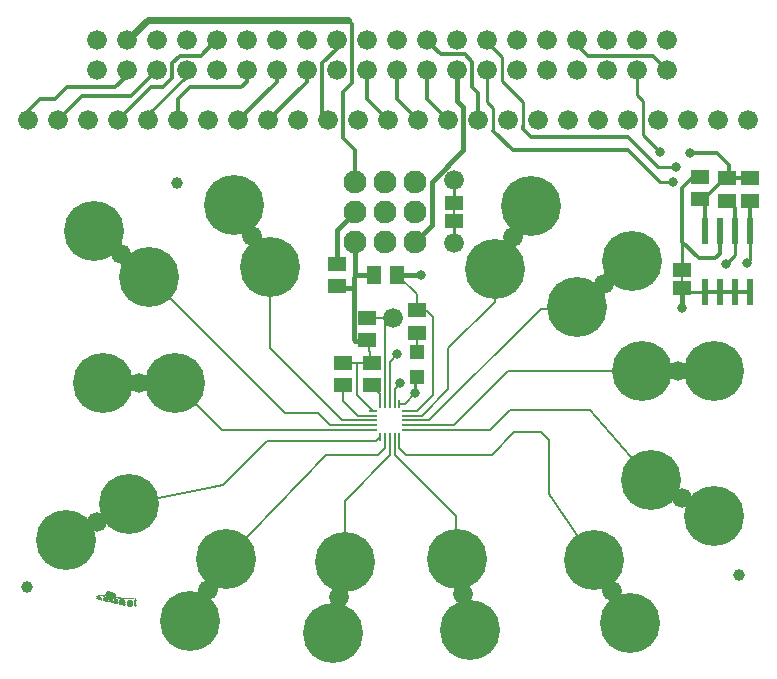
<source format=gbr>
G04 EAGLE Gerber RS-274X export*
G75*
%MOMM*%
%FSLAX34Y34*%
%LPD*%
%INTop Copper*%
%IPPOS*%
%AMOC8*
5,1,8,0,0,1.08239X$1,22.5*%
G01*
%ADD10C,1.676400*%
%ADD11R,0.600000X2.200000*%
%ADD12R,1.500000X1.300000*%
%ADD13R,1.600200X1.168400*%
%ADD14R,0.203200X0.635000*%
%ADD15R,0.025400X0.025400*%
%ADD16R,0.228600X0.025400*%
%ADD17R,0.355600X0.025400*%
%ADD18R,0.050800X0.025400*%
%ADD19R,0.406400X0.025400*%
%ADD20R,0.127000X0.025400*%
%ADD21R,0.457200X0.025400*%
%ADD22R,0.152400X0.025400*%
%ADD23R,0.482600X0.025400*%
%ADD24R,0.279400X0.025400*%
%ADD25R,0.508000X0.025400*%
%ADD26R,0.177800X0.025400*%
%ADD27R,0.431800X0.025400*%
%ADD28R,0.533400X0.025400*%
%ADD29R,0.203200X0.025400*%
%ADD30R,0.584200X0.025400*%
%ADD31R,0.558800X0.025400*%
%ADD32R,0.304800X0.025400*%
%ADD33R,0.609600X0.025400*%
%ADD34R,0.381000X0.025400*%
%ADD35R,0.330200X0.025400*%
%ADD36R,0.101600X0.025400*%
%ADD37R,0.254000X0.025400*%
%ADD38R,0.076200X0.025400*%
%ADD39R,0.700000X0.200000*%
%ADD40R,0.200000X0.700000*%
%ADD41R,1.300000X1.500000*%
%ADD42R,1.200000X1.200000*%
%ADD43C,5.080000*%
%ADD44C,1.000000*%
%ADD45C,1.930400*%
%ADD46C,0.609600*%
%ADD47C,0.304800*%
%ADD48C,0.203200*%
%ADD49C,0.800100*%
%ADD50C,0.254000*%
%ADD51C,0.406400*%


D10*
X83700Y499600D03*
X83700Y525000D03*
X109100Y499600D03*
X109100Y525000D03*
X134500Y499600D03*
X134500Y525000D03*
X159900Y499600D03*
X159900Y525000D03*
X185300Y499600D03*
X185300Y525000D03*
X210700Y499600D03*
X210700Y525000D03*
X236100Y499600D03*
X236100Y525000D03*
X261500Y499600D03*
X261500Y525000D03*
X286900Y499600D03*
X286900Y525000D03*
X312300Y499600D03*
X312300Y525000D03*
X337700Y499600D03*
X337700Y525000D03*
X363100Y499600D03*
X363100Y525000D03*
X388500Y499600D03*
X388500Y525000D03*
X413900Y499600D03*
X413900Y525000D03*
X439300Y499600D03*
X439300Y525000D03*
X464700Y499600D03*
X464700Y525000D03*
X490100Y499600D03*
X490100Y525000D03*
X515500Y499600D03*
X515500Y525000D03*
X540900Y499600D03*
X540900Y525000D03*
X566300Y499600D03*
X566300Y525000D03*
X25400Y457200D03*
X50800Y457200D03*
X76200Y457200D03*
X101600Y457200D03*
X127000Y457200D03*
X152400Y457200D03*
X177800Y457200D03*
X203200Y457200D03*
X228600Y457200D03*
X254000Y457200D03*
X279400Y457200D03*
X304800Y457200D03*
X330200Y457200D03*
X355600Y457200D03*
X381000Y457200D03*
X406400Y457200D03*
X431800Y457200D03*
X457200Y457200D03*
X482600Y457200D03*
X508000Y457200D03*
X533400Y457200D03*
X558800Y457200D03*
X584200Y457200D03*
X609600Y457200D03*
X635000Y457200D03*
D11*
X610870Y311820D03*
X610870Y363820D03*
X598170Y311820D03*
X623570Y311820D03*
X636270Y311820D03*
X598170Y363820D03*
X623570Y363820D03*
X636270Y363820D03*
D12*
X636270Y389280D03*
X636270Y408280D03*
X617220Y389280D03*
X617220Y408280D03*
X594360Y409550D03*
X594360Y390550D03*
D13*
X579120Y314960D03*
X579120Y330200D03*
D14*
X579120Y322580D03*
D15*
X112268Y44958D03*
D16*
X111760Y45212D03*
D17*
X111125Y45466D03*
D18*
X116205Y45466D03*
D19*
X111125Y45720D03*
D20*
X116078Y45720D03*
D21*
X111125Y45974D03*
D22*
X115951Y45974D03*
X106045Y46228D03*
D23*
X111252Y46228D03*
D22*
X115951Y46228D03*
D24*
X105664Y46482D03*
D25*
X111125Y46482D03*
D26*
X115824Y46482D03*
D27*
X105156Y46736D03*
D28*
X111252Y46736D03*
D26*
X115824Y46736D03*
D28*
X104648Y46990D03*
X111252Y46990D03*
D29*
X115697Y46990D03*
D30*
X104648Y47244D03*
D28*
X111252Y47244D03*
D29*
X115697Y47244D03*
D18*
X99949Y47498D03*
D30*
X104648Y47498D03*
D31*
X111125Y47498D03*
D29*
X115697Y47498D03*
D26*
X99568Y47752D03*
D30*
X104648Y47752D03*
D31*
X111125Y47752D03*
D29*
X115697Y47752D03*
D32*
X99187Y48006D03*
D30*
X104648Y48006D03*
D31*
X111125Y48006D03*
D29*
X115697Y48006D03*
D27*
X98552Y48260D03*
D33*
X104521Y48260D03*
D28*
X111252Y48260D03*
D29*
X115697Y48260D03*
D31*
X98171Y48514D03*
D30*
X104648Y48514D03*
D28*
X111252Y48514D03*
D29*
X115697Y48514D03*
D30*
X98044Y48768D03*
X104648Y48768D03*
D25*
X111125Y48768D03*
D29*
X115697Y48768D03*
D18*
X93599Y49022D03*
D33*
X97917Y49022D03*
D30*
X104648Y49022D03*
D23*
X111252Y49022D03*
D29*
X115697Y49022D03*
D26*
X93218Y49276D03*
D23*
X98552Y49276D03*
D30*
X104648Y49276D03*
D21*
X111125Y49276D03*
D29*
X115697Y49276D03*
D16*
X92456Y49530D03*
D19*
X98933Y49530D03*
D28*
X104648Y49530D03*
D27*
X111252Y49530D03*
D26*
X115824Y49530D03*
X95250Y49784D03*
D24*
X91694Y49784D03*
D17*
X99187Y49784D03*
D28*
X104648Y49784D03*
D34*
X111252Y49784D03*
D26*
X115824Y49784D03*
D32*
X95377Y50038D03*
D35*
X90932Y50038D03*
X99314Y50038D03*
D23*
X104648Y50038D03*
D35*
X111252Y50038D03*
D22*
X115951Y50038D03*
D19*
X95123Y50292D03*
D34*
X90424Y50292D03*
D35*
X99314Y50292D03*
D27*
X104648Y50292D03*
D24*
X111252Y50292D03*
D22*
X115951Y50292D03*
D19*
X95377Y50546D03*
D18*
X87503Y50546D03*
D34*
X90424Y50546D03*
D22*
X99949Y50546D03*
D34*
X104648Y50546D03*
D26*
X111252Y50546D03*
D20*
X116078Y50546D03*
D19*
X95123Y50800D03*
D22*
X86995Y50800D03*
D17*
X90297Y50800D03*
D20*
X100076Y50800D03*
D35*
X104648Y50800D03*
D18*
X116205Y50800D03*
D21*
X94869Y51054D03*
D36*
X98425Y51054D03*
D37*
X86487Y51054D03*
D35*
X90170Y51054D03*
D38*
X100076Y51054D03*
D16*
X104648Y51054D03*
D23*
X94742Y51308D03*
D22*
X98425Y51308D03*
D17*
X85725Y51308D03*
D32*
X90043Y51308D03*
D15*
X100076Y51308D03*
D38*
X104648Y51308D03*
D21*
X94615Y51562D03*
D26*
X98552Y51562D03*
D27*
X110998Y51562D03*
D18*
X114935Y51562D03*
D21*
X85217Y51562D03*
D24*
X90170Y51562D03*
D21*
X94615Y51816D03*
D16*
X98552Y51816D03*
D30*
X108712Y51816D03*
D21*
X85217Y51816D03*
D37*
X90297Y51816D03*
D21*
X94361Y52070D03*
D16*
X98552Y52070D03*
D25*
X106299Y52070D03*
D15*
X116078Y52070D03*
D27*
X85090Y52070D03*
D16*
X90170Y52070D03*
D23*
X94234Y52324D03*
D37*
X98425Y52324D03*
D23*
X104140Y52324D03*
D19*
X85217Y52324D03*
D29*
X90297Y52324D03*
D23*
X93980Y52578D03*
D32*
X98425Y52578D03*
D19*
X102489Y52578D03*
D17*
X85217Y52578D03*
D22*
X90297Y52578D03*
D27*
X94234Y52832D03*
D32*
X98425Y52832D03*
D16*
X101600Y52832D03*
D32*
X85217Y52832D03*
D36*
X90551Y52832D03*
D27*
X93980Y53086D03*
D35*
X98298Y53086D03*
D18*
X100711Y53086D03*
D37*
X85217Y53086D03*
D18*
X90805Y53086D03*
D21*
X93853Y53340D03*
D17*
X98171Y53340D03*
D22*
X85217Y53340D03*
D21*
X93599Y53594D03*
D17*
X98171Y53594D03*
D15*
X83566Y53848D03*
X84074Y53848D03*
D29*
X89535Y53848D03*
D27*
X93472Y53848D03*
D34*
X98044Y53848D03*
D33*
X87503Y54102D03*
D34*
X93472Y54102D03*
X97790Y54102D03*
X93472Y54356D03*
D19*
X97663Y54356D03*
D34*
X93218Y54610D03*
D19*
X97663Y54610D03*
D17*
X93091Y54864D03*
D34*
X97282Y54864D03*
D15*
X99568Y54864D03*
X91186Y55118D03*
D35*
X93218Y55118D03*
D34*
X97028Y55118D03*
D32*
X93091Y55372D03*
D19*
X96901Y55372D03*
D32*
X92837Y55626D03*
D27*
X96774Y55626D03*
D24*
X92710Y55880D03*
D34*
X96266Y55880D03*
D15*
X98806Y55880D03*
D29*
X92837Y56134D03*
D19*
X96139Y56134D03*
D31*
X94615Y56388D03*
D15*
X98044Y56388D03*
D30*
X94488Y56642D03*
D25*
X94107Y56896D03*
D15*
X97028Y56896D03*
X91694Y57150D03*
D27*
X94234Y57150D03*
D15*
X96774Y57150D03*
D35*
X93726Y57404D03*
D18*
X95885Y57404D03*
D16*
X93218Y57658D03*
D18*
X94869Y57658D03*
D36*
X92583Y57912D03*
D38*
X93726Y57912D03*
D15*
X92456Y58166D03*
D18*
X93345Y58166D03*
D39*
X317470Y203200D03*
X317470Y199200D03*
X317470Y195200D03*
X317470Y207200D03*
X317470Y211200D03*
D40*
X331470Y189200D03*
X335470Y189200D03*
X339470Y189200D03*
X327470Y189200D03*
X323470Y189200D03*
D39*
X345470Y203200D03*
X345470Y199200D03*
X345470Y195200D03*
X345470Y207200D03*
X345470Y211200D03*
D40*
X331470Y217200D03*
X335470Y217200D03*
X339470Y217200D03*
X327470Y217200D03*
X323470Y217200D03*
D41*
X337160Y326390D03*
X318160Y326390D03*
D12*
X316230Y233070D03*
X316230Y252070D03*
X292100Y252070D03*
X292100Y233070D03*
X312420Y271170D03*
X312420Y290170D03*
D42*
X354330Y239690D03*
X354330Y260690D03*
D12*
X354330Y277520D03*
X354330Y296520D03*
D43*
X229870Y333014D03*
X199390Y385806D03*
X127489Y324578D03*
X80791Y363762D03*
X88900Y234950D03*
X149860Y234950D03*
X57424Y101600D03*
X110216Y132080D03*
X162560Y33294D03*
X193040Y86086D03*
X282997Y23323D03*
X293583Y83357D03*
X398993Y25863D03*
X388407Y85897D03*
X534670Y32024D03*
X504190Y84816D03*
X605516Y121920D03*
X552724Y152400D03*
X544830Y245110D03*
X605790Y245110D03*
X489731Y299178D03*
X536429Y338362D03*
X420370Y331744D03*
X450850Y384536D03*
D44*
X151130Y403860D03*
X627380Y72390D03*
X24130Y62230D03*
D10*
X386080Y353060D03*
X386080Y406400D03*
D13*
X386080Y372110D03*
X386080Y387350D03*
D14*
X386080Y379730D03*
D10*
X435610Y358140D03*
X513080Y318770D03*
X575310Y245110D03*
X579120Y137160D03*
X519430Y58420D03*
X393700Y55880D03*
X288290Y53340D03*
X177800Y59690D03*
X83820Y116840D03*
X119380Y234950D03*
X104140Y344170D03*
X214630Y359410D03*
X334010Y289560D03*
D12*
X287020Y335890D03*
X287020Y316890D03*
D45*
X353060Y405130D03*
X327660Y405130D03*
X302260Y405130D03*
D46*
X126390Y542290D02*
X109100Y525000D01*
X126390Y542290D02*
X295910Y542290D01*
D47*
X302260Y431800D02*
X302260Y405130D01*
X302260Y431800D02*
X292100Y441960D01*
X292100Y481330D01*
X299720Y488950D01*
X299720Y538480D01*
X295910Y542290D01*
X25400Y464820D02*
X25400Y457200D01*
X25400Y464820D02*
X35560Y474980D01*
X48260Y474980D01*
X58420Y485140D01*
X99060Y485140D01*
X109100Y495180D01*
X109100Y499600D01*
D48*
X331470Y252730D02*
X331470Y217200D01*
X331470Y252730D02*
X337820Y259080D01*
D49*
X337820Y259080D03*
D47*
X71120Y477520D02*
X50800Y457200D01*
X71120Y477520D02*
X112420Y477520D01*
X134500Y499600D01*
D48*
X335470Y230060D02*
X335470Y217200D01*
X335470Y230060D02*
X340360Y234950D01*
D49*
X340360Y234950D03*
D47*
X159900Y495180D02*
X159900Y499600D01*
D50*
X159900Y495180D02*
X127000Y462280D01*
X127000Y457200D01*
D47*
X152400Y457200D02*
X152400Y474980D01*
X162560Y485140D01*
X205740Y485140D01*
X210700Y490100D01*
X210700Y499600D01*
X236100Y490100D02*
X203200Y457200D01*
X236100Y490100D02*
X236100Y499600D01*
X261500Y490100D02*
X228600Y457200D01*
X261500Y490100D02*
X261500Y499600D01*
X312300Y475100D02*
X330200Y457200D01*
X312300Y475100D02*
X312300Y499600D01*
X337700Y475100D02*
X355600Y457200D01*
X337700Y475100D02*
X337700Y499600D01*
X363100Y475100D02*
X381000Y457200D01*
X363100Y475100D02*
X363100Y499600D01*
D50*
X386080Y406400D02*
X386080Y387350D01*
D49*
X560070Y430530D03*
D50*
X546100Y444500D01*
X546100Y473710D01*
X540900Y478910D01*
X540900Y499600D01*
D45*
X302260Y379730D03*
X327660Y379730D03*
X353060Y379730D03*
D48*
X354710Y211200D02*
X345470Y211200D01*
X354710Y211200D02*
X368300Y224790D01*
X368300Y290830D01*
X363220Y295910D01*
X354990Y295910D01*
X354330Y296520D01*
X354330Y310220D01*
X337160Y326390D01*
D47*
X617220Y408280D02*
X636270Y408280D01*
X598170Y386740D02*
X598170Y363820D01*
X598170Y386740D02*
X594360Y390550D01*
D50*
X598170Y392430D01*
X614020Y408280D01*
X617220Y408280D01*
D49*
X585470Y429260D03*
D47*
X608330Y429260D01*
X618490Y419100D01*
X618490Y409550D01*
X617220Y408280D01*
D51*
X358140Y326390D02*
X337160Y326390D01*
D49*
X358140Y326390D03*
D51*
X302260Y379730D02*
X287020Y364490D01*
X287020Y335890D01*
D47*
X490100Y520820D02*
X490100Y525000D01*
X490100Y520820D02*
X499110Y511810D01*
X554090Y511810D01*
X566300Y499600D01*
D45*
X302260Y354330D03*
X327660Y354330D03*
X353060Y354330D03*
D48*
X304459Y252070D02*
X292100Y252070D01*
X304459Y252070D02*
X316230Y252070D01*
X304459Y252070D02*
X303530Y251141D01*
X303530Y224790D01*
X317120Y211200D01*
X317470Y211200D01*
X316230Y252070D02*
X312420Y271170D01*
X315570Y270510D01*
D51*
X302260Y270510D01*
D48*
X300990Y271780D01*
D51*
X300990Y314960D01*
X300990Y323850D01*
X302260Y326390D01*
X318160Y326390D01*
D47*
X610870Y311820D02*
X623570Y311820D01*
X610870Y311820D02*
X598170Y311820D01*
X623570Y311820D02*
X636270Y311820D01*
D50*
X582260Y311820D02*
X579120Y314960D01*
X582260Y311820D02*
X598170Y311820D01*
D51*
X302260Y326390D02*
X302260Y354330D01*
X388500Y473830D02*
X388500Y499600D01*
X388500Y473830D02*
X393700Y468630D01*
X393700Y431800D01*
X367030Y405130D01*
X367030Y368300D01*
X353060Y354330D01*
X579120Y314960D02*
X579120Y298450D01*
D49*
X579120Y298450D03*
D51*
X288950Y314960D02*
X287020Y316890D01*
X288950Y314960D02*
X300990Y314960D01*
D47*
X129540Y485140D02*
X101600Y457200D01*
X129540Y485140D02*
X139700Y485140D01*
X147320Y492760D01*
X147320Y505460D01*
X153670Y511810D01*
X171450Y511810D01*
X184640Y525000D01*
X185300Y525000D01*
X274320Y462280D02*
X279400Y457200D01*
X274320Y462280D02*
X274320Y505460D01*
X286900Y518040D01*
X286900Y525000D01*
X406400Y480060D02*
X406400Y457200D01*
X406400Y480060D02*
X401320Y485140D01*
X401320Y506730D01*
X394970Y513080D01*
X374650Y513080D01*
X365640Y522090D01*
X363100Y522090D01*
X363100Y525000D01*
D50*
X444500Y472440D02*
X444500Y452120D01*
X444500Y472440D02*
X426720Y490220D01*
X426720Y510540D01*
X413900Y523360D01*
X413900Y525000D01*
D47*
X533400Y443230D02*
X558800Y417830D01*
X533400Y443230D02*
X450850Y443230D01*
X444500Y449580D01*
X444500Y452120D01*
X623570Y382930D02*
X623570Y363820D01*
X623570Y382930D02*
X617220Y389280D01*
D50*
X623570Y363820D02*
X623570Y342900D01*
X615950Y335280D01*
D49*
X615950Y335280D03*
X574040Y417830D03*
D50*
X558800Y417830D01*
X419100Y448310D02*
X419100Y467360D01*
X413900Y472560D01*
X413900Y499600D01*
D47*
X533400Y431800D02*
X560070Y405130D01*
X533400Y431800D02*
X435610Y431800D01*
X419100Y448310D01*
X636270Y389280D02*
X636270Y363820D01*
D50*
X636270Y339090D01*
X633730Y336550D01*
D49*
X633730Y336550D03*
X571500Y405130D03*
D50*
X560070Y405130D01*
D47*
X587350Y408280D02*
X594360Y409550D01*
X587350Y408280D02*
X579120Y400050D01*
X579120Y355600D01*
X579120Y354330D01*
X593090Y340360D01*
X607060Y340360D01*
X610870Y344170D01*
X610870Y363820D01*
D50*
X579120Y355600D02*
X579120Y330200D01*
D48*
X323470Y225830D02*
X316230Y233070D01*
X323470Y225830D02*
X323470Y217200D01*
X317470Y207200D02*
X304610Y207200D01*
X292100Y219710D01*
X292100Y233070D01*
D50*
X386080Y353060D02*
X386080Y372110D01*
D49*
X353060Y226060D03*
D50*
X353060Y238420D02*
X354330Y239690D01*
X353060Y238420D02*
X353060Y226060D01*
D48*
X344200Y217200D02*
X339470Y217200D01*
X344200Y217200D02*
X353060Y226060D01*
X317470Y203200D02*
X290830Y203200D01*
X229870Y264160D01*
X229870Y333014D01*
X214630Y359410D01*
D50*
X199390Y385806D01*
D48*
X280860Y199200D02*
X317470Y199200D01*
X280860Y199200D02*
X270510Y209550D01*
X242517Y209550D01*
X127489Y324578D01*
X80791Y363762D01*
D50*
X104140Y344170D02*
X127489Y324578D01*
D48*
X119380Y234950D02*
X88900Y234950D01*
X189610Y195200D02*
X317470Y195200D01*
X189610Y195200D02*
X149860Y234950D01*
D50*
X119380Y234950D01*
D48*
X319690Y185420D02*
X323470Y189200D01*
X319690Y185420D02*
X227330Y185420D01*
X190500Y148590D01*
X110216Y132080D01*
X83820Y116840D02*
X57424Y101600D01*
D50*
X83820Y116840D02*
X110216Y132080D01*
D48*
X327470Y180150D02*
X327470Y189200D01*
X327470Y180150D02*
X321310Y173990D01*
X277134Y173990D01*
X193040Y86086D01*
X177800Y59690D02*
X162560Y33294D01*
D50*
X177800Y59690D02*
X193040Y86086D01*
D48*
X331470Y173990D02*
X331470Y189200D01*
X331470Y173990D02*
X293583Y134833D01*
X293583Y83357D01*
X292608Y77828D01*
X288290Y53340D02*
X282997Y23323D01*
D50*
X288290Y53340D02*
X292608Y77828D01*
D48*
X335470Y173800D02*
X335470Y189200D01*
X335470Y173800D02*
X387137Y122133D01*
X388407Y85897D01*
X389676Y78702D01*
X398993Y25863D01*
D50*
X393700Y55880D02*
X389676Y78702D01*
D48*
X339470Y179960D02*
X339470Y189200D01*
X339470Y179960D02*
X345440Y173990D01*
X417830Y173990D01*
X436880Y193040D01*
X459740Y193040D01*
X466090Y186690D01*
X466090Y140696D01*
X504190Y84816D01*
X506674Y80514D01*
X519430Y58420D02*
X534670Y32024D01*
D50*
X519430Y58420D02*
X506674Y80514D01*
D48*
X416180Y195200D02*
X345470Y195200D01*
X416180Y195200D02*
X433070Y212090D01*
X500654Y212090D01*
X552724Y152400D01*
X605516Y121920D01*
D50*
X579120Y137160D01*
D48*
X385890Y199200D02*
X345470Y199200D01*
X385890Y199200D02*
X431800Y245110D01*
X544830Y245110D01*
X575310Y245110D01*
D50*
X605790Y245110D01*
D48*
X364490Y203200D02*
X345470Y203200D01*
X364490Y203200D02*
X459198Y297908D01*
X489731Y299178D01*
X513080Y318770D01*
D50*
X536429Y338362D01*
D48*
X358330Y207200D02*
X345470Y207200D01*
X358330Y207200D02*
X381000Y229870D01*
X381000Y264160D01*
X420370Y303530D01*
X420370Y331744D01*
X435610Y358140D01*
D50*
X450850Y384536D01*
D48*
X354330Y277520D02*
X354330Y260690D01*
X327470Y290170D02*
X312420Y290170D01*
X327470Y290170D02*
X327470Y217200D01*
D50*
X327470Y290170D02*
X334010Y290170D01*
X334010Y289560D01*
M02*

</source>
